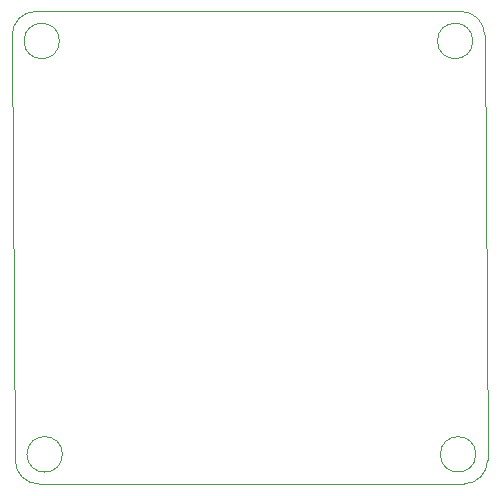
<source format=gbr>
%TF.GenerationSoftware,KiCad,Pcbnew,8.0.3*%
%TF.CreationDate,2025-03-18T19:22:59-05:00*%
%TF.ProjectId,wearable_v2_nrf,77656172-6162-46c6-955f-76325f6e7266,rev?*%
%TF.SameCoordinates,Original*%
%TF.FileFunction,Profile,NP*%
%FSLAX46Y46*%
G04 Gerber Fmt 4.6, Leading zero omitted, Abs format (unit mm)*
G04 Created by KiCad (PCBNEW 8.0.3) date 2025-03-18 19:22:59*
%MOMM*%
%LPD*%
G01*
G04 APERTURE LIST*
%TA.AperFunction,Profile*%
%ADD10C,0.050000*%
%TD*%
G04 APERTURE END LIST*
D10*
X86039214Y-50814214D02*
G75*
G02*
X83039214Y-50814214I-1500000J0D01*
G01*
X83039214Y-50814214D02*
G75*
G02*
X86039214Y-50814214I1500000J0D01*
G01*
X86289214Y-85814214D02*
G75*
G02*
X83289214Y-85814214I-1500000J0D01*
G01*
X83289214Y-85814214D02*
G75*
G02*
X86289214Y-85814214I1500000J0D01*
G01*
X84289214Y-88314214D02*
G75*
G02*
X82289186Y-86314214I-14J2000014D01*
G01*
X120039214Y-48314214D02*
G75*
G02*
X122039186Y-50314214I-14J-1999986D01*
G01*
X121289214Y-85814214D02*
G75*
G02*
X118289214Y-85814214I-1500000J0D01*
G01*
X118289214Y-85814214D02*
G75*
G02*
X121289214Y-85814214I1500000J0D01*
G01*
X82289214Y-86314214D02*
X82039214Y-50314214D01*
X122289214Y-86314214D02*
G75*
G02*
X120289214Y-88314214I-2000014J14D01*
G01*
X121039214Y-50814214D02*
G75*
G02*
X118039214Y-50814214I-1500000J0D01*
G01*
X118039214Y-50814214D02*
G75*
G02*
X121039214Y-50814214I1500000J0D01*
G01*
X82039214Y-50314214D02*
G75*
G02*
X84039214Y-48314214I1999986J14D01*
G01*
X84289214Y-88314214D02*
X120289214Y-88314214D01*
X84039214Y-48314214D02*
X120039214Y-48314214D01*
X122039214Y-50314214D02*
X122289214Y-86314214D01*
M02*

</source>
